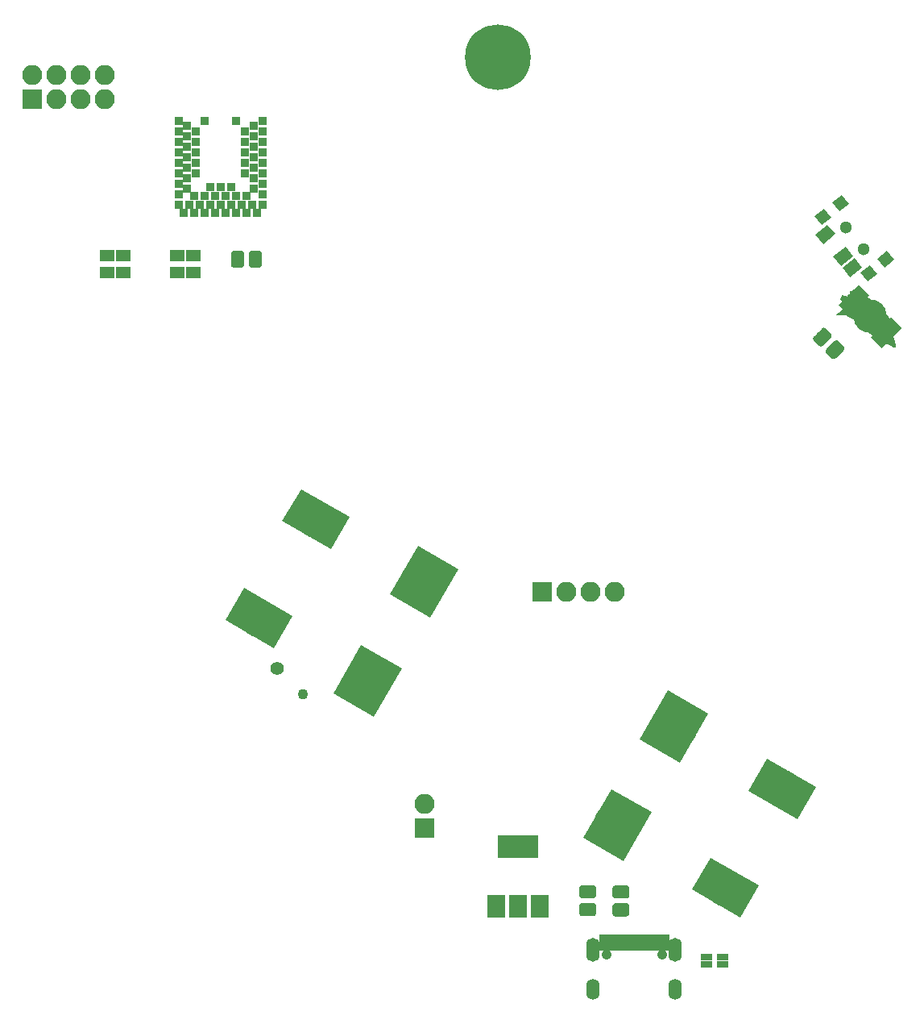
<source format=gbr>
G04 #@! TF.GenerationSoftware,KiCad,Pcbnew,5.1.2*
G04 #@! TF.CreationDate,2019-10-10T00:14:00-05:00*
G04 #@! TF.ProjectId,dragos,64726167-6f73-42e6-9b69-6361645f7063,rev?*
G04 #@! TF.SameCoordinates,Original*
G04 #@! TF.FileFunction,Soldermask,Bot*
G04 #@! TF.FilePolarity,Negative*
%FSLAX46Y46*%
G04 Gerber Fmt 4.6, Leading zero omitted, Abs format (unit mm)*
G04 Created by KiCad (PCBNEW 5.1.2) date 2019-10-10 00:14:00*
%MOMM*%
%LPD*%
G04 APERTURE LIST*
%ADD10C,0.010000*%
%ADD11C,6.900000*%
%ADD12C,0.100000*%
%ADD13C,1.375000*%
%ADD14C,1.600000*%
%ADD15C,3.500000*%
%ADD16R,2.100000X2.100000*%
%ADD17O,2.100000X2.100000*%
%ADD18O,1.400000X2.500000*%
%ADD19O,1.400000X2.200000*%
%ADD20R,0.650000X1.800000*%
%ADD21C,1.050000*%
%ADD22C,1.200000*%
%ADD23C,1.300000*%
%ADD24R,1.300000X0.800000*%
%ADD25R,0.900000X1.200000*%
%ADD26R,0.800000X1.200000*%
%ADD27R,0.900000X0.900000*%
%ADD28R,4.200000X2.400000*%
%ADD29R,1.900000X2.400000*%
%ADD30C,1.400000*%
%ADD31C,1.100000*%
%ADD32C,3.900000*%
%ADD33C,4.900000*%
G04 APERTURE END LIST*
D10*
G36*
X196833185Y-68614382D02*
G01*
X196939313Y-68673680D01*
X197086270Y-68761785D01*
X197259044Y-68869923D01*
X197278823Y-68882563D01*
X197497744Y-69020022D01*
X197757722Y-69179055D01*
X198025971Y-69339812D01*
X198266235Y-69480443D01*
X198802378Y-69811509D01*
X199260464Y-70144336D01*
X199646943Y-70485895D01*
X199968264Y-70843158D01*
X200230876Y-71223095D01*
X200441229Y-71632677D01*
X200571480Y-71972144D01*
X200623076Y-72144651D01*
X200684556Y-72379624D01*
X200750922Y-72656182D01*
X200817179Y-72953442D01*
X200878330Y-73250523D01*
X200882608Y-73272405D01*
X200937795Y-73553335D01*
X200991461Y-73822010D01*
X201040170Y-74061554D01*
X201080481Y-74255091D01*
X201108958Y-74385746D01*
X201112947Y-74402916D01*
X201137961Y-74515121D01*
X201144706Y-74590639D01*
X201123481Y-74629757D01*
X201064590Y-74632763D01*
X200958332Y-74599944D01*
X200795011Y-74531587D01*
X200564926Y-74427979D01*
X200546666Y-74419685D01*
X200065755Y-74193544D01*
X199649666Y-73978990D01*
X199281700Y-73764742D01*
X198945157Y-73539519D01*
X198623340Y-73292040D01*
X198299549Y-73011024D01*
X197957086Y-72685190D01*
X197909487Y-72638122D01*
X197549193Y-72294421D01*
X197218066Y-72010235D01*
X196899959Y-71773554D01*
X196578727Y-71572372D01*
X196238223Y-71394682D01*
X196236060Y-71393648D01*
X196078945Y-71320918D01*
X195958918Y-71276105D01*
X195845967Y-71253298D01*
X195710079Y-71246584D01*
X195521244Y-71250050D01*
X195509000Y-71250410D01*
X195325348Y-71257933D01*
X195168231Y-71268170D01*
X195060827Y-71279439D01*
X195032750Y-71285013D01*
X194967462Y-71295143D01*
X194972108Y-71263815D01*
X195047328Y-71190380D01*
X195193762Y-71074192D01*
X195366629Y-70947133D01*
X195646049Y-70763744D01*
X195919544Y-70616959D01*
X196171444Y-70513830D01*
X196386073Y-70461411D01*
X196457477Y-70456226D01*
X196541345Y-70451885D01*
X196550659Y-70427096D01*
X196501342Y-70367914D01*
X196434888Y-70312290D01*
X196312843Y-70225886D01*
X196152729Y-70120615D01*
X195976197Y-70010884D01*
X195750398Y-69874897D01*
X195587900Y-69775061D01*
X195480704Y-69701873D01*
X195420812Y-69645827D01*
X195400225Y-69597417D01*
X195410942Y-69547138D01*
X195444965Y-69485485D01*
X195482227Y-69423913D01*
X195547471Y-69315132D01*
X195593057Y-69243905D01*
X195606034Y-69227748D01*
X195646398Y-69242376D01*
X195750070Y-69282214D01*
X195901643Y-69341287D01*
X196085710Y-69413623D01*
X196097939Y-69418447D01*
X196283656Y-69490509D01*
X196438215Y-69548177D01*
X196546146Y-69585845D01*
X196591980Y-69597905D01*
X196592437Y-69597673D01*
X196587558Y-69554509D01*
X196564111Y-69451277D01*
X196526986Y-69309259D01*
X196522081Y-69291473D01*
X196465784Y-69068854D01*
X196441494Y-68914736D01*
X196449640Y-68819060D01*
X196490652Y-68771769D01*
X196544677Y-68762000D01*
X196648661Y-68727898D01*
X196694333Y-68677333D01*
X196747117Y-68610298D01*
X196782896Y-68592666D01*
X196833185Y-68614382D01*
X196833185Y-68614382D01*
G37*
X196833185Y-68614382D02*
X196939313Y-68673680D01*
X197086270Y-68761785D01*
X197259044Y-68869923D01*
X197278823Y-68882563D01*
X197497744Y-69020022D01*
X197757722Y-69179055D01*
X198025971Y-69339812D01*
X198266235Y-69480443D01*
X198802378Y-69811509D01*
X199260464Y-70144336D01*
X199646943Y-70485895D01*
X199968264Y-70843158D01*
X200230876Y-71223095D01*
X200441229Y-71632677D01*
X200571480Y-71972144D01*
X200623076Y-72144651D01*
X200684556Y-72379624D01*
X200750922Y-72656182D01*
X200817179Y-72953442D01*
X200878330Y-73250523D01*
X200882608Y-73272405D01*
X200937795Y-73553335D01*
X200991461Y-73822010D01*
X201040170Y-74061554D01*
X201080481Y-74255091D01*
X201108958Y-74385746D01*
X201112947Y-74402916D01*
X201137961Y-74515121D01*
X201144706Y-74590639D01*
X201123481Y-74629757D01*
X201064590Y-74632763D01*
X200958332Y-74599944D01*
X200795011Y-74531587D01*
X200564926Y-74427979D01*
X200546666Y-74419685D01*
X200065755Y-74193544D01*
X199649666Y-73978990D01*
X199281700Y-73764742D01*
X198945157Y-73539519D01*
X198623340Y-73292040D01*
X198299549Y-73011024D01*
X197957086Y-72685190D01*
X197909487Y-72638122D01*
X197549193Y-72294421D01*
X197218066Y-72010235D01*
X196899959Y-71773554D01*
X196578727Y-71572372D01*
X196238223Y-71394682D01*
X196236060Y-71393648D01*
X196078945Y-71320918D01*
X195958918Y-71276105D01*
X195845967Y-71253298D01*
X195710079Y-71246584D01*
X195521244Y-71250050D01*
X195509000Y-71250410D01*
X195325348Y-71257933D01*
X195168231Y-71268170D01*
X195060827Y-71279439D01*
X195032750Y-71285013D01*
X194967462Y-71295143D01*
X194972108Y-71263815D01*
X195047328Y-71190380D01*
X195193762Y-71074192D01*
X195366629Y-70947133D01*
X195646049Y-70763744D01*
X195919544Y-70616959D01*
X196171444Y-70513830D01*
X196386073Y-70461411D01*
X196457477Y-70456226D01*
X196541345Y-70451885D01*
X196550659Y-70427096D01*
X196501342Y-70367914D01*
X196434888Y-70312290D01*
X196312843Y-70225886D01*
X196152729Y-70120615D01*
X195976197Y-70010884D01*
X195750398Y-69874897D01*
X195587900Y-69775061D01*
X195480704Y-69701873D01*
X195420812Y-69645827D01*
X195400225Y-69597417D01*
X195410942Y-69547138D01*
X195444965Y-69485485D01*
X195482227Y-69423913D01*
X195547471Y-69315132D01*
X195593057Y-69243905D01*
X195606034Y-69227748D01*
X195646398Y-69242376D01*
X195750070Y-69282214D01*
X195901643Y-69341287D01*
X196085710Y-69413623D01*
X196097939Y-69418447D01*
X196283656Y-69490509D01*
X196438215Y-69548177D01*
X196546146Y-69585845D01*
X196591980Y-69597905D01*
X196592437Y-69597673D01*
X196587558Y-69554509D01*
X196564111Y-69451277D01*
X196526986Y-69309259D01*
X196522081Y-69291473D01*
X196465784Y-69068854D01*
X196441494Y-68914736D01*
X196449640Y-68819060D01*
X196490652Y-68771769D01*
X196544677Y-68762000D01*
X196648661Y-68727898D01*
X196694333Y-68677333D01*
X196747117Y-68610298D01*
X196782896Y-68592666D01*
X196833185Y-68614382D01*
D11*
X159400000Y-44250000D03*
D12*
G36*
X134302444Y-64551655D02*
G01*
X134335813Y-64556605D01*
X134368536Y-64564802D01*
X134400298Y-64576166D01*
X134430794Y-64590590D01*
X134459728Y-64607932D01*
X134486824Y-64628028D01*
X134511819Y-64650682D01*
X134534473Y-64675677D01*
X134554569Y-64702773D01*
X134571911Y-64731707D01*
X134586335Y-64762203D01*
X134597699Y-64793965D01*
X134605896Y-64826688D01*
X134610846Y-64860057D01*
X134612501Y-64893750D01*
X134612501Y-66006250D01*
X134610846Y-66039943D01*
X134605896Y-66073312D01*
X134597699Y-66106035D01*
X134586335Y-66137797D01*
X134571911Y-66168293D01*
X134554569Y-66197227D01*
X134534473Y-66224323D01*
X134511819Y-66249318D01*
X134486824Y-66271972D01*
X134459728Y-66292068D01*
X134430794Y-66309410D01*
X134400298Y-66323834D01*
X134368536Y-66335198D01*
X134335813Y-66343395D01*
X134302444Y-66348345D01*
X134268751Y-66350000D01*
X133581251Y-66350000D01*
X133547558Y-66348345D01*
X133514189Y-66343395D01*
X133481466Y-66335198D01*
X133449704Y-66323834D01*
X133419208Y-66309410D01*
X133390274Y-66292068D01*
X133363178Y-66271972D01*
X133338183Y-66249318D01*
X133315529Y-66224323D01*
X133295433Y-66197227D01*
X133278091Y-66168293D01*
X133263667Y-66137797D01*
X133252303Y-66106035D01*
X133244106Y-66073312D01*
X133239156Y-66039943D01*
X133237501Y-66006250D01*
X133237501Y-64893750D01*
X133239156Y-64860057D01*
X133244106Y-64826688D01*
X133252303Y-64793965D01*
X133263667Y-64762203D01*
X133278091Y-64731707D01*
X133295433Y-64702773D01*
X133315529Y-64675677D01*
X133338183Y-64650682D01*
X133363178Y-64628028D01*
X133390274Y-64607932D01*
X133419208Y-64590590D01*
X133449704Y-64576166D01*
X133481466Y-64564802D01*
X133514189Y-64556605D01*
X133547558Y-64551655D01*
X133581251Y-64550000D01*
X134268751Y-64550000D01*
X134302444Y-64551655D01*
X134302444Y-64551655D01*
G37*
D13*
X133925001Y-65450000D03*
D12*
G36*
X132427444Y-64551655D02*
G01*
X132460813Y-64556605D01*
X132493536Y-64564802D01*
X132525298Y-64576166D01*
X132555794Y-64590590D01*
X132584728Y-64607932D01*
X132611824Y-64628028D01*
X132636819Y-64650682D01*
X132659473Y-64675677D01*
X132679569Y-64702773D01*
X132696911Y-64731707D01*
X132711335Y-64762203D01*
X132722699Y-64793965D01*
X132730896Y-64826688D01*
X132735846Y-64860057D01*
X132737501Y-64893750D01*
X132737501Y-66006250D01*
X132735846Y-66039943D01*
X132730896Y-66073312D01*
X132722699Y-66106035D01*
X132711335Y-66137797D01*
X132696911Y-66168293D01*
X132679569Y-66197227D01*
X132659473Y-66224323D01*
X132636819Y-66249318D01*
X132611824Y-66271972D01*
X132584728Y-66292068D01*
X132555794Y-66309410D01*
X132525298Y-66323834D01*
X132493536Y-66335198D01*
X132460813Y-66343395D01*
X132427444Y-66348345D01*
X132393751Y-66350000D01*
X131706251Y-66350000D01*
X131672558Y-66348345D01*
X131639189Y-66343395D01*
X131606466Y-66335198D01*
X131574704Y-66323834D01*
X131544208Y-66309410D01*
X131515274Y-66292068D01*
X131488178Y-66271972D01*
X131463183Y-66249318D01*
X131440529Y-66224323D01*
X131420433Y-66197227D01*
X131403091Y-66168293D01*
X131388667Y-66137797D01*
X131377303Y-66106035D01*
X131369106Y-66073312D01*
X131364156Y-66039943D01*
X131362501Y-66006250D01*
X131362501Y-64893750D01*
X131364156Y-64860057D01*
X131369106Y-64826688D01*
X131377303Y-64793965D01*
X131388667Y-64762203D01*
X131403091Y-64731707D01*
X131420433Y-64702773D01*
X131440529Y-64675677D01*
X131463183Y-64650682D01*
X131488178Y-64628028D01*
X131515274Y-64607932D01*
X131544208Y-64590590D01*
X131574704Y-64576166D01*
X131606466Y-64564802D01*
X131639189Y-64556605D01*
X131672558Y-64551655D01*
X131706251Y-64550000D01*
X132393751Y-64550000D01*
X132427444Y-64551655D01*
X132427444Y-64551655D01*
G37*
D13*
X132050001Y-65450000D03*
D12*
G36*
X172939943Y-131214156D02*
G01*
X172973312Y-131219106D01*
X173006035Y-131227303D01*
X173037797Y-131238667D01*
X173068293Y-131253091D01*
X173097227Y-131270433D01*
X173124323Y-131290529D01*
X173149318Y-131313183D01*
X173171972Y-131338178D01*
X173192068Y-131365274D01*
X173209410Y-131394208D01*
X173223834Y-131424704D01*
X173235198Y-131456466D01*
X173243395Y-131489189D01*
X173248345Y-131522558D01*
X173250000Y-131556251D01*
X173250000Y-132243751D01*
X173248345Y-132277444D01*
X173243395Y-132310813D01*
X173235198Y-132343536D01*
X173223834Y-132375298D01*
X173209410Y-132405794D01*
X173192068Y-132434728D01*
X173171972Y-132461824D01*
X173149318Y-132486819D01*
X173124323Y-132509473D01*
X173097227Y-132529569D01*
X173068293Y-132546911D01*
X173037797Y-132561335D01*
X173006035Y-132572699D01*
X172973312Y-132580896D01*
X172939943Y-132585846D01*
X172906250Y-132587501D01*
X171793750Y-132587501D01*
X171760057Y-132585846D01*
X171726688Y-132580896D01*
X171693965Y-132572699D01*
X171662203Y-132561335D01*
X171631707Y-132546911D01*
X171602773Y-132529569D01*
X171575677Y-132509473D01*
X171550682Y-132486819D01*
X171528028Y-132461824D01*
X171507932Y-132434728D01*
X171490590Y-132405794D01*
X171476166Y-132375298D01*
X171464802Y-132343536D01*
X171456605Y-132310813D01*
X171451655Y-132277444D01*
X171450000Y-132243751D01*
X171450000Y-131556251D01*
X171451655Y-131522558D01*
X171456605Y-131489189D01*
X171464802Y-131456466D01*
X171476166Y-131424704D01*
X171490590Y-131394208D01*
X171507932Y-131365274D01*
X171528028Y-131338178D01*
X171550682Y-131313183D01*
X171575677Y-131290529D01*
X171602773Y-131270433D01*
X171631707Y-131253091D01*
X171662203Y-131238667D01*
X171693965Y-131227303D01*
X171726688Y-131219106D01*
X171760057Y-131214156D01*
X171793750Y-131212501D01*
X172906250Y-131212501D01*
X172939943Y-131214156D01*
X172939943Y-131214156D01*
G37*
D13*
X172350000Y-131900001D03*
D12*
G36*
X172939943Y-133089156D02*
G01*
X172973312Y-133094106D01*
X173006035Y-133102303D01*
X173037797Y-133113667D01*
X173068293Y-133128091D01*
X173097227Y-133145433D01*
X173124323Y-133165529D01*
X173149318Y-133188183D01*
X173171972Y-133213178D01*
X173192068Y-133240274D01*
X173209410Y-133269208D01*
X173223834Y-133299704D01*
X173235198Y-133331466D01*
X173243395Y-133364189D01*
X173248345Y-133397558D01*
X173250000Y-133431251D01*
X173250000Y-134118751D01*
X173248345Y-134152444D01*
X173243395Y-134185813D01*
X173235198Y-134218536D01*
X173223834Y-134250298D01*
X173209410Y-134280794D01*
X173192068Y-134309728D01*
X173171972Y-134336824D01*
X173149318Y-134361819D01*
X173124323Y-134384473D01*
X173097227Y-134404569D01*
X173068293Y-134421911D01*
X173037797Y-134436335D01*
X173006035Y-134447699D01*
X172973312Y-134455896D01*
X172939943Y-134460846D01*
X172906250Y-134462501D01*
X171793750Y-134462501D01*
X171760057Y-134460846D01*
X171726688Y-134455896D01*
X171693965Y-134447699D01*
X171662203Y-134436335D01*
X171631707Y-134421911D01*
X171602773Y-134404569D01*
X171575677Y-134384473D01*
X171550682Y-134361819D01*
X171528028Y-134336824D01*
X171507932Y-134309728D01*
X171490590Y-134280794D01*
X171476166Y-134250298D01*
X171464802Y-134218536D01*
X171456605Y-134185813D01*
X171451655Y-134152444D01*
X171450000Y-134118751D01*
X171450000Y-133431251D01*
X171451655Y-133397558D01*
X171456605Y-133364189D01*
X171464802Y-133331466D01*
X171476166Y-133299704D01*
X171490590Y-133269208D01*
X171507932Y-133240274D01*
X171528028Y-133213178D01*
X171550682Y-133188183D01*
X171575677Y-133165529D01*
X171602773Y-133145433D01*
X171631707Y-133128091D01*
X171662203Y-133113667D01*
X171693965Y-133102303D01*
X171726688Y-133094106D01*
X171760057Y-133089156D01*
X171793750Y-133087501D01*
X172906250Y-133087501D01*
X172939943Y-133089156D01*
X172939943Y-133089156D01*
G37*
D13*
X172350000Y-133775001D03*
D12*
G36*
X169439943Y-133064154D02*
G01*
X169473312Y-133069104D01*
X169506035Y-133077301D01*
X169537797Y-133088665D01*
X169568293Y-133103089D01*
X169597227Y-133120431D01*
X169624323Y-133140527D01*
X169649318Y-133163181D01*
X169671972Y-133188176D01*
X169692068Y-133215272D01*
X169709410Y-133244206D01*
X169723834Y-133274702D01*
X169735198Y-133306464D01*
X169743395Y-133339187D01*
X169748345Y-133372556D01*
X169750000Y-133406249D01*
X169750000Y-134093749D01*
X169748345Y-134127442D01*
X169743395Y-134160811D01*
X169735198Y-134193534D01*
X169723834Y-134225296D01*
X169709410Y-134255792D01*
X169692068Y-134284726D01*
X169671972Y-134311822D01*
X169649318Y-134336817D01*
X169624323Y-134359471D01*
X169597227Y-134379567D01*
X169568293Y-134396909D01*
X169537797Y-134411333D01*
X169506035Y-134422697D01*
X169473312Y-134430894D01*
X169439943Y-134435844D01*
X169406250Y-134437499D01*
X168293750Y-134437499D01*
X168260057Y-134435844D01*
X168226688Y-134430894D01*
X168193965Y-134422697D01*
X168162203Y-134411333D01*
X168131707Y-134396909D01*
X168102773Y-134379567D01*
X168075677Y-134359471D01*
X168050682Y-134336817D01*
X168028028Y-134311822D01*
X168007932Y-134284726D01*
X167990590Y-134255792D01*
X167976166Y-134225296D01*
X167964802Y-134193534D01*
X167956605Y-134160811D01*
X167951655Y-134127442D01*
X167950000Y-134093749D01*
X167950000Y-133406249D01*
X167951655Y-133372556D01*
X167956605Y-133339187D01*
X167964802Y-133306464D01*
X167976166Y-133274702D01*
X167990590Y-133244206D01*
X168007932Y-133215272D01*
X168028028Y-133188176D01*
X168050682Y-133163181D01*
X168075677Y-133140527D01*
X168102773Y-133120431D01*
X168131707Y-133103089D01*
X168162203Y-133088665D01*
X168193965Y-133077301D01*
X168226688Y-133069104D01*
X168260057Y-133064154D01*
X168293750Y-133062499D01*
X169406250Y-133062499D01*
X169439943Y-133064154D01*
X169439943Y-133064154D01*
G37*
D13*
X168850000Y-133749999D03*
D12*
G36*
X169439943Y-131189154D02*
G01*
X169473312Y-131194104D01*
X169506035Y-131202301D01*
X169537797Y-131213665D01*
X169568293Y-131228089D01*
X169597227Y-131245431D01*
X169624323Y-131265527D01*
X169649318Y-131288181D01*
X169671972Y-131313176D01*
X169692068Y-131340272D01*
X169709410Y-131369206D01*
X169723834Y-131399702D01*
X169735198Y-131431464D01*
X169743395Y-131464187D01*
X169748345Y-131497556D01*
X169750000Y-131531249D01*
X169750000Y-132218749D01*
X169748345Y-132252442D01*
X169743395Y-132285811D01*
X169735198Y-132318534D01*
X169723834Y-132350296D01*
X169709410Y-132380792D01*
X169692068Y-132409726D01*
X169671972Y-132436822D01*
X169649318Y-132461817D01*
X169624323Y-132484471D01*
X169597227Y-132504567D01*
X169568293Y-132521909D01*
X169537797Y-132536333D01*
X169506035Y-132547697D01*
X169473312Y-132555894D01*
X169439943Y-132560844D01*
X169406250Y-132562499D01*
X168293750Y-132562499D01*
X168260057Y-132560844D01*
X168226688Y-132555894D01*
X168193965Y-132547697D01*
X168162203Y-132536333D01*
X168131707Y-132521909D01*
X168102773Y-132504567D01*
X168075677Y-132484471D01*
X168050682Y-132461817D01*
X168028028Y-132436822D01*
X168007932Y-132409726D01*
X167990590Y-132380792D01*
X167976166Y-132350296D01*
X167964802Y-132318534D01*
X167956605Y-132285811D01*
X167951655Y-132252442D01*
X167950000Y-132218749D01*
X167950000Y-131531249D01*
X167951655Y-131497556D01*
X167956605Y-131464187D01*
X167964802Y-131431464D01*
X167976166Y-131399702D01*
X167990590Y-131369206D01*
X168007932Y-131340272D01*
X168028028Y-131313176D01*
X168050682Y-131288181D01*
X168075677Y-131265527D01*
X168102773Y-131245431D01*
X168131707Y-131228089D01*
X168162203Y-131213665D01*
X168193965Y-131202301D01*
X168226688Y-131194104D01*
X168260057Y-131189154D01*
X168293750Y-131187499D01*
X169406250Y-131187499D01*
X169439943Y-131189154D01*
X169439943Y-131189154D01*
G37*
D13*
X168850000Y-131874999D03*
D14*
X196852944Y-69752944D03*
D12*
G36*
X198479290Y-69257969D02*
G01*
X196357969Y-71379290D01*
X195226598Y-70247919D01*
X197347919Y-68126598D01*
X198479290Y-69257969D01*
X198479290Y-69257969D01*
G37*
D14*
X200247056Y-73147056D03*
D12*
G36*
X201873402Y-72652081D02*
G01*
X199752081Y-74773402D01*
X198620710Y-73642031D01*
X200742031Y-71520710D01*
X201873402Y-72652081D01*
X201873402Y-72652081D01*
G37*
D15*
X198550000Y-71450000D03*
D16*
X164050000Y-100400000D03*
D17*
X166590000Y-100400000D03*
X169130000Y-100400000D03*
X171670000Y-100400000D03*
D18*
X178070000Y-137950000D03*
X169430000Y-137950000D03*
D19*
X178070000Y-142100000D03*
X169430000Y-142100000D03*
D20*
X173500000Y-137250000D03*
X174000000Y-137250000D03*
X174500000Y-137250000D03*
X173000000Y-137250000D03*
X172500000Y-137250000D03*
X175000000Y-137250000D03*
X172000000Y-137250000D03*
X175500000Y-137250000D03*
X177075000Y-137250000D03*
X176825000Y-137250000D03*
X176275000Y-137250000D03*
X176025000Y-137250000D03*
X171475000Y-137250000D03*
X171225000Y-137250000D03*
X170675000Y-137250000D03*
X170425000Y-137250000D03*
D21*
X170860000Y-138450000D03*
X176640000Y-138450000D03*
D16*
X151700000Y-125150000D03*
D17*
X151700000Y-122610000D03*
D22*
X200185135Y-65479436D03*
D12*
G36*
X201067872Y-65536665D02*
G01*
X200057582Y-66354782D01*
X199302398Y-65422207D01*
X200312688Y-64604090D01*
X201067872Y-65536665D01*
X201067872Y-65536665D01*
G37*
D22*
X195402300Y-59573127D03*
D12*
G36*
X196285037Y-59630356D02*
G01*
X195274747Y-60448473D01*
X194519563Y-59515898D01*
X195529853Y-58697781D01*
X196285037Y-59630356D01*
X196285037Y-59630356D01*
G37*
D22*
X193608571Y-61012792D03*
D12*
G36*
X194491308Y-61070021D02*
G01*
X193481018Y-61888138D01*
X192725834Y-60955563D01*
X193736124Y-60137446D01*
X194491308Y-61070021D01*
X194491308Y-61070021D01*
G37*
D22*
X198397700Y-66926873D03*
D12*
G36*
X199280437Y-66984102D02*
G01*
X198270147Y-67802219D01*
X197514963Y-66869644D01*
X198525253Y-66051527D01*
X199280437Y-66984102D01*
X199280437Y-66984102D01*
G37*
D23*
X196664536Y-66335884D03*
D12*
G36*
X197714740Y-66321840D02*
G01*
X196432449Y-67360218D01*
X195614332Y-66349928D01*
X196896623Y-65311550D01*
X197714740Y-66321840D01*
X197714740Y-66321840D01*
G37*
D23*
X195720555Y-65170165D03*
D12*
G36*
X196770759Y-65156121D02*
G01*
X195488468Y-66194499D01*
X194670351Y-65184209D01*
X195952642Y-64145831D01*
X196770759Y-65156121D01*
X196770759Y-65156121D01*
G37*
D23*
X193832594Y-62838727D03*
D12*
G36*
X194882798Y-62824683D02*
G01*
X193600507Y-63863061D01*
X192782390Y-62852771D01*
X194064681Y-61814393D01*
X194882798Y-62824683D01*
X194882798Y-62824683D01*
G37*
D23*
X195956019Y-62084281D03*
X197843981Y-64415719D03*
D12*
G36*
X193708127Y-72645683D02*
G01*
X193741496Y-72650633D01*
X193774219Y-72658830D01*
X193805981Y-72670194D01*
X193836477Y-72684618D01*
X193865411Y-72701960D01*
X193892507Y-72722056D01*
X193917502Y-72744710D01*
X194403638Y-73230846D01*
X194426292Y-73255841D01*
X194446388Y-73282937D01*
X194463730Y-73311871D01*
X194478154Y-73342367D01*
X194489518Y-73374129D01*
X194497715Y-73406852D01*
X194502665Y-73440221D01*
X194504320Y-73473914D01*
X194502665Y-73507607D01*
X194497715Y-73540976D01*
X194489518Y-73573699D01*
X194478154Y-73605461D01*
X194463730Y-73635957D01*
X194446388Y-73664891D01*
X194426292Y-73691987D01*
X194403638Y-73716982D01*
X193616982Y-74503638D01*
X193591987Y-74526292D01*
X193564891Y-74546388D01*
X193535957Y-74563730D01*
X193505461Y-74578154D01*
X193473699Y-74589518D01*
X193440976Y-74597715D01*
X193407607Y-74602665D01*
X193373914Y-74604320D01*
X193340221Y-74602665D01*
X193306852Y-74597715D01*
X193274129Y-74589518D01*
X193242367Y-74578154D01*
X193211871Y-74563730D01*
X193182937Y-74546388D01*
X193155841Y-74526292D01*
X193130846Y-74503638D01*
X192644710Y-74017502D01*
X192622056Y-73992507D01*
X192601960Y-73965411D01*
X192584618Y-73936477D01*
X192570194Y-73905981D01*
X192558830Y-73874219D01*
X192550633Y-73841496D01*
X192545683Y-73808127D01*
X192544028Y-73774434D01*
X192545683Y-73740741D01*
X192550633Y-73707372D01*
X192558830Y-73674649D01*
X192570194Y-73642887D01*
X192584618Y-73612391D01*
X192601960Y-73583457D01*
X192622056Y-73556361D01*
X192644710Y-73531366D01*
X193431366Y-72744710D01*
X193456361Y-72722056D01*
X193483457Y-72701960D01*
X193512391Y-72684618D01*
X193542887Y-72670194D01*
X193574649Y-72658830D01*
X193607372Y-72650633D01*
X193640741Y-72645683D01*
X193674434Y-72644028D01*
X193708127Y-72645683D01*
X193708127Y-72645683D01*
G37*
D13*
X193524174Y-73624174D03*
D12*
G36*
X195033953Y-73971509D02*
G01*
X195067322Y-73976459D01*
X195100045Y-73984656D01*
X195131807Y-73996020D01*
X195162303Y-74010444D01*
X195191237Y-74027786D01*
X195218333Y-74047882D01*
X195243328Y-74070536D01*
X195729464Y-74556672D01*
X195752118Y-74581667D01*
X195772214Y-74608763D01*
X195789556Y-74637697D01*
X195803980Y-74668193D01*
X195815344Y-74699955D01*
X195823541Y-74732678D01*
X195828491Y-74766047D01*
X195830146Y-74799740D01*
X195828491Y-74833433D01*
X195823541Y-74866802D01*
X195815344Y-74899525D01*
X195803980Y-74931287D01*
X195789556Y-74961783D01*
X195772214Y-74990717D01*
X195752118Y-75017813D01*
X195729464Y-75042808D01*
X194942808Y-75829464D01*
X194917813Y-75852118D01*
X194890717Y-75872214D01*
X194861783Y-75889556D01*
X194831287Y-75903980D01*
X194799525Y-75915344D01*
X194766802Y-75923541D01*
X194733433Y-75928491D01*
X194699740Y-75930146D01*
X194666047Y-75928491D01*
X194632678Y-75923541D01*
X194599955Y-75915344D01*
X194568193Y-75903980D01*
X194537697Y-75889556D01*
X194508763Y-75872214D01*
X194481667Y-75852118D01*
X194456672Y-75829464D01*
X193970536Y-75343328D01*
X193947882Y-75318333D01*
X193927786Y-75291237D01*
X193910444Y-75262303D01*
X193896020Y-75231807D01*
X193884656Y-75200045D01*
X193876459Y-75167322D01*
X193871509Y-75133953D01*
X193869854Y-75100260D01*
X193871509Y-75066567D01*
X193876459Y-75033198D01*
X193884656Y-75000475D01*
X193896020Y-74968713D01*
X193910444Y-74938217D01*
X193927786Y-74909283D01*
X193947882Y-74882187D01*
X193970536Y-74857192D01*
X194757192Y-74070536D01*
X194782187Y-74047882D01*
X194809283Y-74027786D01*
X194838217Y-74010444D01*
X194868713Y-73996020D01*
X194900475Y-73984656D01*
X194933198Y-73976459D01*
X194966567Y-73971509D01*
X195000260Y-73969854D01*
X195033953Y-73971509D01*
X195033953Y-73971509D01*
G37*
D13*
X194850000Y-74950000D03*
D24*
X181350000Y-139500000D03*
X181350000Y-138700000D03*
X183050000Y-138700000D03*
X183050000Y-139500000D03*
D25*
X125350000Y-65050000D03*
D26*
X126150000Y-65050000D03*
D25*
X127750000Y-65050000D03*
D26*
X126950000Y-65050000D03*
D25*
X125350000Y-66850000D03*
D26*
X126950000Y-66850000D03*
X126150000Y-66850000D03*
D25*
X127750000Y-66850000D03*
X118000000Y-65050000D03*
D26*
X119600000Y-65050000D03*
X118800000Y-65050000D03*
D25*
X120400000Y-65050000D03*
D26*
X118800000Y-66850000D03*
D25*
X118000000Y-66850000D03*
D26*
X119600000Y-66850000D03*
D25*
X120400000Y-66850000D03*
D27*
X134650000Y-50900000D03*
X133750000Y-51450000D03*
X134650000Y-52000000D03*
X133750000Y-52550000D03*
X134650000Y-53100000D03*
X133750000Y-53650000D03*
X134650000Y-54200000D03*
X133750000Y-54750000D03*
X134650000Y-55300000D03*
X133750000Y-55850000D03*
X134650000Y-56400000D03*
X133750000Y-56950000D03*
X134650000Y-57500000D03*
X133750000Y-58050000D03*
X134650000Y-58600000D03*
X134650000Y-59700000D03*
X133550000Y-59700000D03*
X133000000Y-58800000D03*
X132450000Y-59700000D03*
X131900000Y-58800000D03*
X131350000Y-59700000D03*
X130800000Y-58800000D03*
X130250000Y-59700000D03*
X129700000Y-58800000D03*
X129150000Y-59700000D03*
X128600000Y-58800000D03*
X128050000Y-59700000D03*
X127500000Y-58800000D03*
X126950000Y-59700000D03*
X125850000Y-59700000D03*
X125850000Y-58600000D03*
X126750000Y-58050000D03*
X125850000Y-57500000D03*
X126750000Y-56950000D03*
X125850000Y-56400000D03*
X126750000Y-55850000D03*
X125850000Y-55300000D03*
X126750000Y-54750000D03*
X125850000Y-54200000D03*
X126750000Y-53650000D03*
X125850000Y-53100000D03*
X126750000Y-52550000D03*
X125850000Y-52000000D03*
X126750000Y-51450000D03*
X125850000Y-50900000D03*
X128600000Y-50900000D03*
X131900000Y-50900000D03*
X132850000Y-52000000D03*
X132850000Y-53100000D03*
X132850000Y-54200000D03*
X132850000Y-55300000D03*
X132850000Y-56400000D03*
X131350000Y-57900000D03*
X130250000Y-57900000D03*
X129150000Y-57900000D03*
X127650000Y-56400000D03*
X127650000Y-55300000D03*
X127650000Y-54200000D03*
X127650000Y-53100000D03*
X127650000Y-52000000D03*
X134100000Y-60600000D03*
X133000000Y-60600000D03*
X131900000Y-60600000D03*
X130800000Y-60600000D03*
X129700000Y-60600000D03*
X128600000Y-60600000D03*
X127500000Y-60600000D03*
X126400000Y-60600000D03*
D28*
X161550000Y-127100000D03*
D29*
X161550000Y-133400000D03*
X159250000Y-133400000D03*
X163850000Y-133400000D03*
D30*
X136171142Y-108441852D03*
D31*
X138893503Y-111093503D03*
D32*
X134291481Y-103148076D03*
D12*
G36*
X130761706Y-103361826D02*
G01*
X132711706Y-99984326D01*
X137821256Y-102934326D01*
X135871256Y-106311826D01*
X130761706Y-103361826D01*
X130761706Y-103361826D01*
G37*
D32*
X183308519Y-131448076D03*
D12*
G36*
X179778744Y-131661826D02*
G01*
X181728744Y-128284326D01*
X186838294Y-131234326D01*
X184888294Y-134611826D01*
X179778744Y-131661826D01*
X179778744Y-131661826D01*
G37*
D33*
X145701366Y-109735576D03*
D12*
G36*
X142104604Y-111065351D02*
G01*
X145054604Y-105955801D01*
X149298128Y-108405801D01*
X146348128Y-113515351D01*
X142104604Y-111065351D01*
X142104604Y-111065351D01*
G37*
D33*
X171954436Y-124863926D03*
D12*
G36*
X168357674Y-126193701D02*
G01*
X171307674Y-121084151D01*
X175551198Y-123534151D01*
X172601198Y-128643701D01*
X168357674Y-126193701D01*
X168357674Y-126193701D01*
G37*
D33*
X177929436Y-114514922D03*
D12*
G36*
X181526198Y-113185147D02*
G01*
X178576198Y-118294697D01*
X174332674Y-115844697D01*
X177282674Y-110735147D01*
X181526198Y-113185147D01*
X181526198Y-113185147D01*
G37*
D32*
X189308519Y-121055771D03*
D12*
G36*
X192838294Y-120842021D02*
G01*
X190888294Y-124219521D01*
X185778744Y-121269521D01*
X187728744Y-117892021D01*
X192838294Y-120842021D01*
X192838294Y-120842021D01*
G37*
D32*
X140291481Y-92755771D03*
D12*
G36*
X143821256Y-92542021D02*
G01*
X141871256Y-95919521D01*
X136761706Y-92969521D01*
X138711706Y-89592021D01*
X143821256Y-92542021D01*
X143821256Y-92542021D01*
G37*
D33*
X151645564Y-99339922D03*
D12*
G36*
X155242326Y-98010147D02*
G01*
X152292326Y-103119697D01*
X148048802Y-100669697D01*
X150998802Y-95560147D01*
X155242326Y-98010147D01*
X155242326Y-98010147D01*
G37*
D16*
X110450000Y-48650000D03*
D17*
X110450000Y-46110000D03*
X112990000Y-48650000D03*
X112990000Y-46110000D03*
X115530000Y-48650000D03*
X115530000Y-46110000D03*
X118070000Y-48650000D03*
X118070000Y-46110000D03*
M02*

</source>
